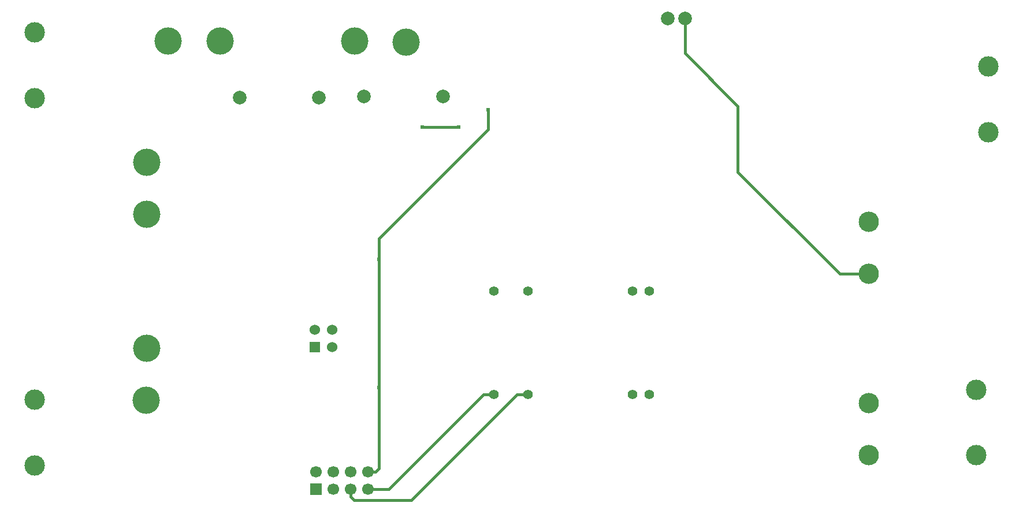
<source format=gbl>
G04 Layer: BottomLayer*
G04 EasyEDA v6.4.19.3, 2021-03-31T08:50:56+02:00*
G04 7e8d071977a24ced90268045b7a9a018,03b0b1bb86a94345b9bcc081285aab9b,10*
G04 Gerber Generator version 0.2*
G04 Scale: 100 percent, Rotated: No, Reflected: No *
G04 Dimensions in inches *
G04 leading zeros omitted , absolute positions ,3 integer and 6 decimal *
%FSLAX36Y36*%
%MOIN*%

%ADD11C,0.0157*%
%ADD12C,0.0787*%
%ADD14C,0.1575*%
%ADD15C,0.0244*%
%ADD28C,0.0600*%
%ADD30C,0.0669*%
%ADD31C,0.1181*%
%ADD32C,0.0554*%
%ADD33C,0.1173*%

%LPD*%
D11*
X2885000Y1467500D02*
G01*
X2885000Y1585000D01*
X3515000Y2215000D01*
X3515000Y2330000D01*
X3546199Y685799D02*
G01*
X3485799Y685799D01*
X2940000Y140000D01*
X2820000Y140000D01*
X3743000Y685799D02*
G01*
X3680799Y685799D01*
X3070000Y75000D01*
X2740000Y75000D01*
X2720000Y95000D01*
X2720000Y140000D01*
X5710000Y1381999D02*
G01*
X5543000Y1381999D01*
X4955000Y1970000D01*
X4955000Y2350000D01*
X4650000Y2655000D01*
X4650000Y2855000D01*
X2885000Y725000D02*
G01*
X2885000Y260000D01*
X2865000Y240000D01*
X2820000Y240000D01*
X3135000Y2230000D02*
G01*
X3345000Y2230000D01*
X6316000Y683998D02*
G01*
X6331999Y699998D01*
X6331999Y714000D01*
X2885000Y1467480D02*
G01*
X2885000Y725000D01*
G36*
X2485000Y990000D02*
G01*
X2545000Y990000D01*
X2545000Y930000D01*
X2485000Y930000D01*
G37*
D28*
G01*
X2515000Y1060000D03*
G01*
X2615000Y960000D03*
G01*
X2615000Y1060000D03*
G36*
X2486540Y173460D02*
G01*
X2553459Y173460D01*
X2553459Y106539D01*
X2486540Y106539D01*
G37*
D30*
G01*
X2520000Y240000D03*
G01*
X2620000Y140000D03*
G01*
X2620000Y240000D03*
G01*
X2720000Y140000D03*
G01*
X2720000Y240000D03*
G01*
X2820000Y140000D03*
G01*
X2820000Y240000D03*
D12*
G01*
X4550000Y2855000D03*
G01*
X4650000Y2855000D03*
G01*
X2081649Y2400000D03*
G01*
X2538350Y2400000D03*
G01*
X3253350Y2405000D03*
G01*
X2796649Y2405000D03*
D14*
G01*
X2742790Y2725000D03*
G01*
X3042010Y2720000D03*
G01*
X1967200Y2725000D03*
G01*
X1667989Y2725000D03*
D31*
G01*
X6401999Y2579000D03*
G01*
X6401059Y2199980D03*
G01*
X896700Y2395999D03*
G01*
X897640Y2775019D03*
G01*
X896700Y275999D03*
G01*
X897640Y655019D03*
D32*
G01*
X4443819Y1284209D03*
G01*
X4345389Y1284209D03*
G01*
X3743029Y1284209D03*
G01*
X3546180Y1284209D03*
G01*
X3546180Y685790D03*
G01*
X3743029Y685790D03*
G01*
X4345389Y685790D03*
G01*
X4443819Y685790D03*
D31*
G01*
X6331999Y714000D03*
G01*
X6331059Y334980D03*
D14*
G01*
X1545000Y952210D03*
G01*
X1540000Y652989D03*
G01*
X1545000Y1727800D03*
G01*
X1545000Y2027010D03*
D33*
G01*
X5710000Y1682010D03*
G01*
X5710000Y1382010D03*
G01*
X5710000Y335000D03*
G01*
X5710000Y635000D03*
D15*
G01*
X2885000Y725000D03*
G01*
X3515000Y2330000D03*
G01*
X3135000Y2230000D03*
G01*
X2885000Y1467480D03*
G01*
X3345000Y2230000D03*
M02*

</source>
